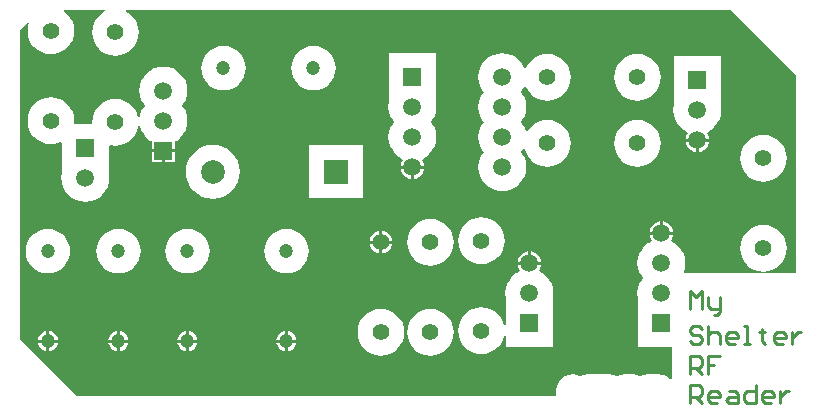
<source format=gtl>
G04 Layer_Physical_Order=1*
G04 Layer_Color=255*
%FSLAX25Y25*%
%MOIN*%
G70*
G01*
G75*
%ADD10C,0.01000*%
%ADD11R,0.05906X0.05906*%
%ADD12C,0.05906*%
%ADD13C,0.05512*%
%ADD14C,0.07874*%
%ADD15R,0.07874X0.07874*%
%ADD16C,0.04724*%
%ADD17R,0.05906X0.05906*%
%ADD18C,0.05906*%
G36*
X264453Y112702D02*
Y46590D01*
X227192D01*
X226928Y47090D01*
X227338Y48441D01*
X227491Y50000D01*
X227338Y51559D01*
X226883Y53058D01*
X226145Y54440D01*
X225151Y55651D01*
X223940Y56644D01*
X222945Y57176D01*
X222807Y57817D01*
X222953Y58007D01*
X223351Y58968D01*
X223421Y59500D01*
X219500D01*
X215579D01*
X215649Y58968D01*
X216047Y58007D01*
X216193Y57817D01*
X216055Y57176D01*
X215060Y56644D01*
X213849Y55651D01*
X212856Y54440D01*
X212117Y53058D01*
X211662Y51559D01*
X211509Y50000D01*
X211662Y48441D01*
X212117Y46942D01*
X212856Y45560D01*
X213315Y45000D01*
X212856Y44440D01*
X212117Y43058D01*
X211662Y41559D01*
X211509Y40000D01*
X211661Y38453D01*
X211674Y38124D01*
X211547Y37953D01*
X211547D01*
Y22047D01*
X223000D01*
Y11499D01*
X222538Y11307D01*
X222423Y11423D01*
X221274Y12304D01*
X219936Y12858D01*
X218500Y13047D01*
X215000D01*
X213564Y12858D01*
X212500Y12418D01*
X211436Y12858D01*
X210000Y13047D01*
X207500D01*
X206064Y12858D01*
X204750Y12314D01*
X203436Y12858D01*
X202000Y13047D01*
X197500D01*
X196250Y12883D01*
X195000Y13047D01*
X193564Y12858D01*
X192500Y12418D01*
X191436Y12858D01*
X190000Y13047D01*
X188564Y12858D01*
X187226Y12304D01*
X186077Y11423D01*
X185196Y10274D01*
X184642Y8936D01*
X184452Y7500D01*
Y5548D01*
X24798D01*
X5548Y24798D01*
Y127702D01*
X8255Y130410D01*
X8698Y130145D01*
X8356Y129020D01*
X8207Y127500D01*
X8356Y125980D01*
X8800Y124518D01*
X9520Y123170D01*
X10489Y121989D01*
X11670Y121020D01*
X13018Y120300D01*
X14480Y119856D01*
X16000Y119707D01*
X17520Y119856D01*
X18982Y120300D01*
X20330Y121020D01*
X21511Y121989D01*
X22480Y123170D01*
X23200Y124518D01*
X23644Y125980D01*
X23793Y127500D01*
X23644Y129020D01*
X23200Y130482D01*
X22480Y131830D01*
X21511Y133011D01*
X20363Y133952D01*
X20363Y134114D01*
X20448Y134452D01*
X33929D01*
X34054Y133952D01*
X33170Y133480D01*
X31989Y132511D01*
X31020Y131330D01*
X30300Y129982D01*
X29856Y128520D01*
X29707Y127000D01*
X29856Y125480D01*
X30300Y124018D01*
X31020Y122670D01*
X31989Y121489D01*
X33170Y120520D01*
X34518Y119800D01*
X35980Y119356D01*
X37500Y119207D01*
X39020Y119356D01*
X40482Y119800D01*
X41830Y120520D01*
X43011Y121489D01*
X43980Y122670D01*
X44700Y124018D01*
X45144Y125480D01*
X45293Y127000D01*
X45144Y128520D01*
X44700Y129982D01*
X43980Y131330D01*
X43011Y132511D01*
X41830Y133480D01*
X40946Y133952D01*
X41071Y134452D01*
X242702D01*
X264453Y112702D01*
D02*
G37*
%LPC*%
G36*
X62000Y27325D02*
Y24500D01*
X64825D01*
X64776Y24878D01*
X64437Y25696D01*
X63898Y26398D01*
X63196Y26937D01*
X62378Y27276D01*
X62000Y27325D01*
D02*
G37*
G36*
X95000D02*
Y24500D01*
X97825D01*
X97776Y24878D01*
X97437Y25696D01*
X96898Y26398D01*
X96196Y26937D01*
X95378Y27276D01*
X95000Y27325D01*
D02*
G37*
G36*
X179421Y49500D02*
X175500D01*
X171579D01*
X171649Y48968D01*
X172047Y48007D01*
X172193Y47817D01*
X172055Y47176D01*
X171060Y46644D01*
X169849Y45651D01*
X168856Y44440D01*
X168117Y43058D01*
X167662Y41559D01*
X167509Y40000D01*
X167661Y38453D01*
X167674Y38124D01*
X167547Y37953D01*
X167547D01*
Y29412D01*
X167047Y29338D01*
X166700Y30482D01*
X165980Y31830D01*
X165011Y33011D01*
X163830Y33980D01*
X162482Y34700D01*
X161020Y35144D01*
X159500Y35293D01*
X157980Y35144D01*
X156518Y34700D01*
X155170Y33980D01*
X153989Y33011D01*
X153020Y31830D01*
X152300Y30482D01*
X151856Y29020D01*
X151707Y27500D01*
X151856Y25980D01*
X152300Y24518D01*
X153020Y23170D01*
X153989Y21989D01*
X155170Y21020D01*
X156518Y20300D01*
X157980Y19856D01*
X159500Y19707D01*
X161020Y19856D01*
X162482Y20300D01*
X163830Y21020D01*
X165011Y21989D01*
X165980Y23170D01*
X166700Y24518D01*
X167047Y25662D01*
X167547Y25587D01*
Y22047D01*
X183453D01*
Y37953D01*
X183453D01*
X183326Y38124D01*
X183339Y38453D01*
X183491Y40000D01*
X183338Y41559D01*
X182883Y43058D01*
X182144Y44440D01*
X181151Y45651D01*
X179940Y46644D01*
X178946Y47176D01*
X178807Y47817D01*
X178953Y48007D01*
X179351Y48968D01*
X179421Y49500D01*
D02*
G37*
G36*
X94000Y27325D02*
X93622Y27276D01*
X92804Y26937D01*
X92102Y26398D01*
X91563Y25696D01*
X91224Y24878D01*
X91175Y24500D01*
X94000D01*
Y27325D01*
D02*
G37*
G36*
X15500D02*
Y24500D01*
X18325D01*
X18276Y24878D01*
X17937Y25696D01*
X17398Y26398D01*
X16696Y26937D01*
X15878Y27276D01*
X15500Y27325D01*
D02*
G37*
G36*
X39000D02*
Y24500D01*
X41825D01*
X41776Y24878D01*
X41437Y25696D01*
X40898Y26398D01*
X40196Y26937D01*
X39378Y27276D01*
X39000Y27325D01*
D02*
G37*
G36*
X94500Y61398D02*
X93057Y61256D01*
X91669Y60835D01*
X90390Y60151D01*
X89269Y59231D01*
X88349Y58110D01*
X87665Y56831D01*
X87244Y55443D01*
X87102Y54000D01*
X87244Y52557D01*
X87665Y51169D01*
X88349Y49890D01*
X89269Y48769D01*
X90390Y47849D01*
X91669Y47165D01*
X93057Y46744D01*
X94500Y46602D01*
X95943Y46744D01*
X97331Y47165D01*
X98610Y47849D01*
X99731Y48769D01*
X100651Y49890D01*
X101335Y51169D01*
X101756Y52557D01*
X101898Y54000D01*
X101756Y55443D01*
X101335Y56831D01*
X100651Y58110D01*
X99731Y59231D01*
X98610Y60151D01*
X97331Y60835D01*
X95943Y61256D01*
X94500Y61398D01*
D02*
G37*
G36*
X253500Y62793D02*
X251980Y62644D01*
X250518Y62200D01*
X249170Y61480D01*
X247989Y60511D01*
X247020Y59330D01*
X246300Y57982D01*
X245856Y56520D01*
X245707Y55000D01*
X245856Y53480D01*
X246300Y52018D01*
X247020Y50670D01*
X247989Y49489D01*
X249170Y48520D01*
X250518Y47800D01*
X251980Y47356D01*
X253500Y47207D01*
X255020Y47356D01*
X256482Y47800D01*
X257830Y48520D01*
X259011Y49489D01*
X259980Y50670D01*
X260700Y52018D01*
X261144Y53480D01*
X261293Y55000D01*
X261144Y56520D01*
X260700Y57982D01*
X259980Y59330D01*
X259011Y60511D01*
X257830Y61480D01*
X256482Y62200D01*
X255020Y62644D01*
X253500Y62793D01*
D02*
G37*
G36*
X142500Y64793D02*
X140980Y64644D01*
X139518Y64200D01*
X138170Y63480D01*
X136989Y62511D01*
X136020Y61330D01*
X135300Y59982D01*
X134856Y58520D01*
X134707Y57000D01*
X134856Y55480D01*
X135300Y54018D01*
X136020Y52670D01*
X136989Y51489D01*
X138170Y50520D01*
X139518Y49800D01*
X140980Y49356D01*
X142500Y49207D01*
X144020Y49356D01*
X145482Y49800D01*
X146830Y50520D01*
X148011Y51489D01*
X148980Y52670D01*
X149700Y54018D01*
X150144Y55480D01*
X150293Y57000D01*
X150144Y58520D01*
X149700Y59982D01*
X148980Y61330D01*
X148011Y62511D01*
X146830Y63480D01*
X145482Y64200D01*
X144020Y64644D01*
X142500Y64793D01*
D02*
G37*
G36*
X15000Y61398D02*
X13557Y61256D01*
X12169Y60835D01*
X10890Y60151D01*
X9769Y59231D01*
X8849Y58110D01*
X8165Y56831D01*
X7744Y55443D01*
X7602Y54000D01*
X7744Y52557D01*
X8165Y51169D01*
X8849Y49890D01*
X9769Y48769D01*
X10890Y47849D01*
X12169Y47165D01*
X13557Y46744D01*
X15000Y46602D01*
X16443Y46744D01*
X17831Y47165D01*
X19110Y47849D01*
X20231Y48769D01*
X21151Y49890D01*
X21835Y51169D01*
X22256Y52557D01*
X22398Y54000D01*
X22256Y55443D01*
X21835Y56831D01*
X21151Y58110D01*
X20231Y59231D01*
X19110Y60151D01*
X17831Y60835D01*
X16443Y61256D01*
X15000Y61398D01*
D02*
G37*
G36*
X38500D02*
X37057Y61256D01*
X35669Y60835D01*
X34390Y60151D01*
X33269Y59231D01*
X32349Y58110D01*
X31665Y56831D01*
X31244Y55443D01*
X31102Y54000D01*
X31244Y52557D01*
X31665Y51169D01*
X32349Y49890D01*
X33269Y48769D01*
X34390Y47849D01*
X35669Y47165D01*
X37057Y46744D01*
X38500Y46602D01*
X39943Y46744D01*
X41331Y47165D01*
X42610Y47849D01*
X43731Y48769D01*
X44651Y49890D01*
X45335Y51169D01*
X45756Y52557D01*
X45898Y54000D01*
X45756Y55443D01*
X45335Y56831D01*
X44651Y58110D01*
X43731Y59231D01*
X42610Y60151D01*
X41331Y60835D01*
X39943Y61256D01*
X38500Y61398D01*
D02*
G37*
G36*
X61500D02*
X60057Y61256D01*
X58669Y60835D01*
X57390Y60151D01*
X56269Y59231D01*
X55349Y58110D01*
X54665Y56831D01*
X54244Y55443D01*
X54102Y54000D01*
X54244Y52557D01*
X54665Y51169D01*
X55349Y49890D01*
X56269Y48769D01*
X57390Y47849D01*
X58669Y47165D01*
X60057Y46744D01*
X61500Y46602D01*
X62943Y46744D01*
X64331Y47165D01*
X65610Y47849D01*
X66731Y48769D01*
X67651Y49890D01*
X68335Y51169D01*
X68756Y52557D01*
X68898Y54000D01*
X68756Y55443D01*
X68335Y56831D01*
X67651Y58110D01*
X66731Y59231D01*
X65610Y60151D01*
X64331Y60835D01*
X62943Y61256D01*
X61500Y61398D01*
D02*
G37*
G36*
X61000Y27325D02*
X60622Y27276D01*
X59804Y26937D01*
X59102Y26398D01*
X58563Y25696D01*
X58224Y24878D01*
X58175Y24500D01*
X61000D01*
Y27325D01*
D02*
G37*
G36*
X38000Y23500D02*
X35175D01*
X35224Y23122D01*
X35563Y22304D01*
X36102Y21602D01*
X36804Y21063D01*
X37622Y20724D01*
X38000Y20675D01*
Y23500D01*
D02*
G37*
G36*
X61000D02*
X58175D01*
X58224Y23122D01*
X58563Y22304D01*
X59102Y21602D01*
X59804Y21063D01*
X60622Y20724D01*
X61000Y20675D01*
Y23500D01*
D02*
G37*
G36*
X94000D02*
X91175D01*
X91224Y23122D01*
X91563Y22304D01*
X92102Y21602D01*
X92804Y21063D01*
X93622Y20724D01*
X94000Y20675D01*
Y23500D01*
D02*
G37*
G36*
X126000Y34793D02*
X124480Y34644D01*
X123018Y34200D01*
X121670Y33480D01*
X120489Y32511D01*
X119520Y31330D01*
X118800Y29982D01*
X118356Y28520D01*
X118207Y27000D01*
X118356Y25480D01*
X118800Y24018D01*
X119520Y22670D01*
X120489Y21489D01*
X121670Y20520D01*
X123018Y19800D01*
X124480Y19356D01*
X126000Y19207D01*
X127520Y19356D01*
X128982Y19800D01*
X130330Y20520D01*
X131511Y21489D01*
X132480Y22670D01*
X133200Y24018D01*
X133644Y25480D01*
X133793Y27000D01*
X133644Y28520D01*
X133200Y29982D01*
X132480Y31330D01*
X131511Y32511D01*
X130330Y33480D01*
X128982Y34200D01*
X127520Y34644D01*
X126000Y34793D01*
D02*
G37*
G36*
X142500D02*
X140980Y34644D01*
X139518Y34200D01*
X138170Y33480D01*
X136989Y32511D01*
X136020Y31330D01*
X135300Y29982D01*
X134856Y28520D01*
X134707Y27000D01*
X134856Y25480D01*
X135300Y24018D01*
X136020Y22670D01*
X136989Y21489D01*
X138170Y20520D01*
X139518Y19800D01*
X140980Y19356D01*
X142500Y19207D01*
X144020Y19356D01*
X145482Y19800D01*
X146830Y20520D01*
X148011Y21489D01*
X148980Y22670D01*
X149700Y24018D01*
X150144Y25480D01*
X150293Y27000D01*
X150144Y28520D01*
X149700Y29982D01*
X148980Y31330D01*
X148011Y32511D01*
X146830Y33480D01*
X145482Y34200D01*
X144020Y34644D01*
X142500Y34793D01*
D02*
G37*
G36*
X14500Y23500D02*
X11675D01*
X11724Y23122D01*
X12063Y22304D01*
X12602Y21602D01*
X13304Y21063D01*
X14122Y20724D01*
X14500Y20675D01*
Y23500D01*
D02*
G37*
G36*
X97825D02*
X95000D01*
Y20675D01*
X95378Y20724D01*
X96196Y21063D01*
X96898Y21602D01*
X97437Y22304D01*
X97776Y23122D01*
X97825Y23500D01*
D02*
G37*
G36*
X14500Y27325D02*
X14122Y27276D01*
X13304Y26937D01*
X12602Y26398D01*
X12063Y25696D01*
X11724Y24878D01*
X11675Y24500D01*
X14500D01*
Y27325D01*
D02*
G37*
G36*
X38000D02*
X37622Y27276D01*
X36804Y26937D01*
X36102Y26398D01*
X35563Y25696D01*
X35224Y24878D01*
X35175Y24500D01*
X38000D01*
Y27325D01*
D02*
G37*
G36*
X18325Y23500D02*
X15500D01*
Y20675D01*
X15878Y20724D01*
X16696Y21063D01*
X17398Y21602D01*
X17937Y22304D01*
X18276Y23122D01*
X18325Y23500D01*
D02*
G37*
G36*
X41825D02*
X39000D01*
Y20675D01*
X39378Y20724D01*
X40196Y21063D01*
X40898Y21602D01*
X41437Y22304D01*
X41776Y23122D01*
X41825Y23500D01*
D02*
G37*
G36*
X64825D02*
X62000D01*
Y20675D01*
X62378Y20724D01*
X63196Y21063D01*
X63898Y21602D01*
X64437Y22304D01*
X64776Y23122D01*
X64825Y23500D01*
D02*
G37*
G36*
X159500Y65293D02*
X157980Y65144D01*
X156518Y64700D01*
X155170Y63980D01*
X153989Y63011D01*
X153020Y61830D01*
X152300Y60482D01*
X151856Y59020D01*
X151707Y57500D01*
X151856Y55980D01*
X152300Y54518D01*
X153020Y53170D01*
X153989Y51989D01*
X155170Y51020D01*
X156518Y50300D01*
X157980Y49856D01*
X159500Y49707D01*
X161020Y49856D01*
X162482Y50300D01*
X163830Y51020D01*
X165011Y51989D01*
X165980Y53170D01*
X166700Y54518D01*
X167144Y55980D01*
X167293Y57500D01*
X167144Y59020D01*
X166700Y60482D01*
X165980Y61830D01*
X165011Y63011D01*
X163830Y63980D01*
X162482Y64700D01*
X161020Y65144D01*
X159500Y65293D01*
D02*
G37*
G36*
X57453Y87000D02*
X54000D01*
Y83547D01*
X57453D01*
Y87000D01*
D02*
G37*
G36*
X231000Y90500D02*
X227579D01*
X227649Y89968D01*
X228047Y89007D01*
X228681Y88181D01*
X229507Y87547D01*
X230468Y87149D01*
X231000Y87079D01*
Y90500D01*
D02*
G37*
G36*
X235421D02*
X232000D01*
Y87079D01*
X232532Y87149D01*
X233493Y87547D01*
X234319Y88181D01*
X234953Y89007D01*
X235351Y89968D01*
X235421Y90500D01*
D02*
G37*
G36*
X211500Y97793D02*
X209980Y97644D01*
X208518Y97200D01*
X207170Y96480D01*
X205989Y95511D01*
X205020Y94330D01*
X204300Y92982D01*
X203856Y91520D01*
X203707Y90000D01*
X203856Y88480D01*
X204300Y87018D01*
X205020Y85670D01*
X205989Y84489D01*
X207170Y83520D01*
X208518Y82800D01*
X209980Y82356D01*
X211500Y82207D01*
X213020Y82356D01*
X214482Y82800D01*
X215830Y83520D01*
X217011Y84489D01*
X217980Y85670D01*
X218700Y87018D01*
X219144Y88480D01*
X219293Y90000D01*
X219144Y91520D01*
X218700Y92982D01*
X217980Y94330D01*
X217011Y95511D01*
X215830Y96480D01*
X214482Y97200D01*
X213020Y97644D01*
X211500Y97793D01*
D02*
G37*
G36*
X144453Y119953D02*
X128547D01*
Y104047D01*
X128547D01*
X128674Y103876D01*
X128661Y103547D01*
X128509Y102000D01*
X128662Y100441D01*
X129117Y98942D01*
X129856Y97560D01*
X130315Y97000D01*
X129856Y96440D01*
X129117Y95058D01*
X128662Y93559D01*
X128509Y92000D01*
X128662Y90441D01*
X129117Y88942D01*
X129856Y87560D01*
X130849Y86349D01*
X132060Y85356D01*
X133054Y84824D01*
X133193Y84183D01*
X133047Y83993D01*
X132649Y83032D01*
X132579Y82500D01*
X140421D01*
X140351Y83032D01*
X139953Y83993D01*
X139807Y84183D01*
X139945Y84824D01*
X140940Y85356D01*
X142151Y86349D01*
X143145Y87560D01*
X143883Y88942D01*
X144338Y90441D01*
X144491Y92000D01*
X144338Y93559D01*
X143883Y95058D01*
X143145Y96440D01*
X142685Y97000D01*
X143145Y97560D01*
X143883Y98942D01*
X144338Y100441D01*
X144491Y102000D01*
X144339Y103547D01*
X144326Y103876D01*
X144453Y104047D01*
X144453D01*
Y119953D01*
D02*
G37*
G36*
X53000Y87000D02*
X49547D01*
Y83547D01*
X53000D01*
Y87000D01*
D02*
G37*
G36*
X211500Y119793D02*
X209980Y119644D01*
X208518Y119200D01*
X207170Y118480D01*
X205989Y117511D01*
X205020Y116330D01*
X204300Y114982D01*
X203856Y113520D01*
X203707Y112000D01*
X203856Y110480D01*
X204300Y109018D01*
X205020Y107670D01*
X205989Y106489D01*
X207170Y105520D01*
X208518Y104800D01*
X209980Y104356D01*
X211500Y104207D01*
X213020Y104356D01*
X214482Y104800D01*
X215830Y105520D01*
X217011Y106489D01*
X217980Y107670D01*
X218700Y109018D01*
X219144Y110480D01*
X219293Y112000D01*
X219144Y113520D01*
X218700Y114982D01*
X217980Y116330D01*
X217011Y117511D01*
X215830Y118480D01*
X214482Y119200D01*
X213020Y119644D01*
X211500Y119793D01*
D02*
G37*
G36*
X73500Y122398D02*
X72057Y122256D01*
X70669Y121835D01*
X69390Y121151D01*
X68269Y120231D01*
X67349Y119110D01*
X66665Y117831D01*
X66244Y116443D01*
X66102Y115000D01*
X66244Y113557D01*
X66665Y112169D01*
X67349Y110890D01*
X68269Y109769D01*
X69390Y108849D01*
X70669Y108165D01*
X72057Y107744D01*
X73500Y107602D01*
X74943Y107744D01*
X76331Y108165D01*
X77610Y108849D01*
X78731Y109769D01*
X79651Y110890D01*
X80335Y112169D01*
X80756Y113557D01*
X80898Y115000D01*
X80756Y116443D01*
X80335Y117831D01*
X79651Y119110D01*
X78731Y120231D01*
X77610Y121151D01*
X76331Y121835D01*
X74943Y122256D01*
X73500Y122398D01*
D02*
G37*
G36*
X103500D02*
X102057Y122256D01*
X100669Y121835D01*
X99390Y121151D01*
X98269Y120231D01*
X97349Y119110D01*
X96665Y117831D01*
X96244Y116443D01*
X96102Y115000D01*
X96244Y113557D01*
X96665Y112169D01*
X97349Y110890D01*
X98269Y109769D01*
X99390Y108849D01*
X100669Y108165D01*
X102057Y107744D01*
X103500Y107602D01*
X104943Y107744D01*
X106331Y108165D01*
X107610Y108849D01*
X108731Y109769D01*
X109651Y110890D01*
X110335Y112169D01*
X110756Y113557D01*
X110898Y115000D01*
X110756Y116443D01*
X110335Y117831D01*
X109651Y119110D01*
X108731Y120231D01*
X107610Y121151D01*
X106331Y121835D01*
X104943Y122256D01*
X103500Y122398D01*
D02*
G37*
G36*
X239453Y118953D02*
X223547D01*
Y103047D01*
X223547D01*
X223674Y102876D01*
X223661Y102547D01*
X223509Y101000D01*
X223662Y99441D01*
X224117Y97942D01*
X224855Y96560D01*
X225849Y95349D01*
X227060Y94355D01*
X228054Y93824D01*
X228193Y93183D01*
X228047Y92993D01*
X227649Y92032D01*
X227579Y91500D01*
X231500D01*
X235421D01*
X235351Y92032D01*
X234953Y92993D01*
X234807Y93183D01*
X234946Y93824D01*
X235940Y94355D01*
X237151Y95349D01*
X238144Y96560D01*
X238883Y97942D01*
X239338Y99441D01*
X239491Y101000D01*
X239339Y102547D01*
X239326Y102876D01*
X239453Y103047D01*
X239453D01*
Y118953D01*
D02*
G37*
G36*
X53500Y115491D02*
X51941Y115338D01*
X50442Y114883D01*
X49060Y114145D01*
X47849Y113151D01*
X46856Y111940D01*
X46117Y110558D01*
X45662Y109059D01*
X45509Y107500D01*
X45662Y105941D01*
X46117Y104442D01*
X46856Y103060D01*
X47315Y102500D01*
X46856Y101940D01*
X46117Y100558D01*
X45662Y99059D01*
X45618Y98612D01*
X45144Y98520D01*
X44700Y99982D01*
X43980Y101330D01*
X43011Y102511D01*
X41830Y103480D01*
X40482Y104200D01*
X39020Y104644D01*
X37500Y104793D01*
X35980Y104644D01*
X34518Y104200D01*
X33170Y103480D01*
X31989Y102511D01*
X31020Y101330D01*
X30300Y99982D01*
X29856Y98520D01*
X29707Y97000D01*
X29724Y96823D01*
X29388Y96453D01*
X24063D01*
X23727Y96823D01*
X23793Y97500D01*
X23644Y99020D01*
X23200Y100482D01*
X22480Y101830D01*
X21511Y103011D01*
X20330Y103980D01*
X18982Y104700D01*
X17520Y105144D01*
X16000Y105293D01*
X14480Y105144D01*
X13018Y104700D01*
X11670Y103980D01*
X10489Y103011D01*
X9520Y101830D01*
X8800Y100482D01*
X8356Y99020D01*
X8207Y97500D01*
X8356Y95980D01*
X8800Y94518D01*
X9520Y93170D01*
X10489Y91989D01*
X11670Y91020D01*
X13018Y90300D01*
X14480Y89856D01*
X16000Y89707D01*
X17520Y89856D01*
X18982Y90300D01*
X19118Y90373D01*
X19547Y90115D01*
Y80547D01*
X19547D01*
X19674Y80376D01*
X19661Y80047D01*
X19509Y78500D01*
X19662Y76941D01*
X20117Y75442D01*
X20855Y74060D01*
X21849Y72849D01*
X23060Y71855D01*
X24442Y71117D01*
X25941Y70662D01*
X27500Y70509D01*
X29059Y70662D01*
X30558Y71117D01*
X31940Y71855D01*
X33151Y72849D01*
X34144Y74060D01*
X34883Y75442D01*
X35338Y76941D01*
X35491Y78500D01*
X35339Y80047D01*
X35326Y80376D01*
X35453Y80547D01*
X35453D01*
Y89096D01*
X35854Y89394D01*
X35980Y89356D01*
X37500Y89207D01*
X39020Y89356D01*
X40482Y89800D01*
X41830Y90520D01*
X43011Y91489D01*
X43980Y92670D01*
X44700Y94018D01*
X45144Y95480D01*
X45181Y95861D01*
X45662Y95941D01*
X46117Y94442D01*
X46856Y93060D01*
X47849Y91849D01*
X49060Y90855D01*
X49547Y90595D01*
Y88000D01*
X53500D01*
X57453D01*
Y90595D01*
X57940Y90855D01*
X59151Y91849D01*
X60145Y93060D01*
X60883Y94442D01*
X61338Y95941D01*
X61491Y97500D01*
X61338Y99059D01*
X60883Y100558D01*
X60145Y101940D01*
X59685Y102500D01*
X60145Y103060D01*
X60883Y104442D01*
X61338Y105941D01*
X61491Y107500D01*
X61338Y109059D01*
X60883Y110558D01*
X60145Y111940D01*
X59151Y113151D01*
X57940Y114145D01*
X56558Y114883D01*
X55059Y115338D01*
X53500Y115491D01*
D02*
G37*
G36*
X166500Y119991D02*
X164941Y119838D01*
X163442Y119383D01*
X162060Y118644D01*
X160849Y117651D01*
X159855Y116440D01*
X159117Y115058D01*
X158662Y113559D01*
X158509Y112000D01*
X158662Y110441D01*
X159117Y108942D01*
X159855Y107560D01*
X160315Y107000D01*
X159855Y106440D01*
X159117Y105058D01*
X158662Y103559D01*
X158509Y102000D01*
X158662Y100441D01*
X159117Y98942D01*
X159855Y97560D01*
X160315Y97000D01*
X159855Y96440D01*
X159117Y95058D01*
X158662Y93559D01*
X158509Y92000D01*
X158662Y90441D01*
X159117Y88942D01*
X159855Y87560D01*
X160315Y87000D01*
X159855Y86440D01*
X159117Y85058D01*
X158662Y83559D01*
X158509Y82000D01*
X158662Y80441D01*
X159117Y78942D01*
X159855Y77560D01*
X160849Y76349D01*
X162060Y75355D01*
X163442Y74617D01*
X164941Y74162D01*
X166500Y74009D01*
X168059Y74162D01*
X169558Y74617D01*
X170940Y75355D01*
X172151Y76349D01*
X173144Y77560D01*
X173883Y78942D01*
X174338Y80441D01*
X174491Y82000D01*
X174338Y83559D01*
X173883Y85058D01*
X173144Y86440D01*
X172685Y87000D01*
X173144Y87560D01*
X173443Y88119D01*
X173982Y88066D01*
X174300Y87018D01*
X175020Y85670D01*
X175989Y84489D01*
X177170Y83520D01*
X178518Y82800D01*
X179980Y82356D01*
X181500Y82207D01*
X183020Y82356D01*
X184482Y82800D01*
X185830Y83520D01*
X187011Y84489D01*
X187980Y85670D01*
X188700Y87018D01*
X189144Y88480D01*
X189293Y90000D01*
X189144Y91520D01*
X188700Y92982D01*
X187980Y94330D01*
X187011Y95511D01*
X185830Y96480D01*
X184482Y97200D01*
X183020Y97644D01*
X181500Y97793D01*
X179980Y97644D01*
X178518Y97200D01*
X177170Y96480D01*
X175989Y95511D01*
X175020Y94330D01*
X174769Y93860D01*
X174230Y93913D01*
X173883Y95058D01*
X173144Y96440D01*
X172685Y97000D01*
X173144Y97560D01*
X173883Y98942D01*
X174338Y100441D01*
X174491Y102000D01*
X174338Y103559D01*
X173883Y105058D01*
X173144Y106440D01*
X172685Y107000D01*
X173144Y107560D01*
X173836Y108854D01*
X173930Y108887D01*
X174111Y108906D01*
X174382Y108864D01*
X175020Y107670D01*
X175989Y106489D01*
X177170Y105520D01*
X178518Y104800D01*
X179980Y104356D01*
X181500Y104207D01*
X183020Y104356D01*
X184482Y104800D01*
X185830Y105520D01*
X187011Y106489D01*
X187980Y107670D01*
X188700Y109018D01*
X189144Y110480D01*
X189293Y112000D01*
X189144Y113520D01*
X188700Y114982D01*
X187980Y116330D01*
X187011Y117511D01*
X185830Y118480D01*
X184482Y119200D01*
X183020Y119644D01*
X181500Y119793D01*
X179980Y119644D01*
X178518Y119200D01*
X177170Y118480D01*
X175989Y117511D01*
X175020Y116330D01*
X174382Y115136D01*
X174111Y115094D01*
X173930Y115113D01*
X173836Y115146D01*
X173144Y116440D01*
X172151Y117651D01*
X170940Y118644D01*
X169558Y119383D01*
X168059Y119838D01*
X166500Y119991D01*
D02*
G37*
G36*
X140421Y81500D02*
X137000D01*
Y78079D01*
X137532Y78149D01*
X138493Y78547D01*
X139319Y79181D01*
X139953Y80007D01*
X140351Y80968D01*
X140421Y81500D01*
D02*
G37*
G36*
X129722Y56500D02*
X126500D01*
Y53277D01*
X126980Y53341D01*
X127894Y53719D01*
X128679Y54321D01*
X129281Y55106D01*
X129659Y56020D01*
X129722Y56500D01*
D02*
G37*
G36*
X125500Y60723D02*
X125020Y60659D01*
X124106Y60281D01*
X123321Y59679D01*
X122719Y58894D01*
X122341Y57981D01*
X122277Y57500D01*
X125500D01*
Y60723D01*
D02*
G37*
G36*
X126500D02*
Y57500D01*
X129722D01*
X129659Y57981D01*
X129281Y58894D01*
X128679Y59679D01*
X127894Y60281D01*
X126980Y60659D01*
X126500Y60723D01*
D02*
G37*
G36*
X175000Y53921D02*
X174468Y53851D01*
X173507Y53453D01*
X172681Y52819D01*
X172047Y51993D01*
X171649Y51032D01*
X171579Y50500D01*
X175000D01*
Y53921D01*
D02*
G37*
G36*
X176000D02*
Y50500D01*
X179421D01*
X179351Y51032D01*
X178953Y51993D01*
X178319Y52819D01*
X177493Y53453D01*
X176532Y53851D01*
X176000Y53921D01*
D02*
G37*
G36*
X125500Y56500D02*
X122277D01*
X122341Y56020D01*
X122719Y55106D01*
X123321Y54321D01*
X124106Y53719D01*
X125020Y53341D01*
X125500Y53277D01*
Y56500D01*
D02*
G37*
G36*
X120028Y89437D02*
X102154D01*
Y71563D01*
X120028D01*
Y89437D01*
D02*
G37*
G36*
X253500Y92793D02*
X251980Y92644D01*
X250518Y92200D01*
X249170Y91480D01*
X247989Y90511D01*
X247020Y89330D01*
X246300Y87982D01*
X245856Y86520D01*
X245707Y85000D01*
X245856Y83480D01*
X246300Y82018D01*
X247020Y80670D01*
X247989Y79489D01*
X249170Y78520D01*
X250518Y77800D01*
X251980Y77356D01*
X253500Y77207D01*
X255020Y77356D01*
X256482Y77800D01*
X257830Y78520D01*
X259011Y79489D01*
X259980Y80670D01*
X260700Y82018D01*
X261144Y83480D01*
X261293Y85000D01*
X261144Y86520D01*
X260700Y87982D01*
X259980Y89330D01*
X259011Y90511D01*
X257830Y91480D01*
X256482Y92200D01*
X255020Y92644D01*
X253500Y92793D01*
D02*
G37*
G36*
X136000Y81500D02*
X132579D01*
X132649Y80968D01*
X133047Y80007D01*
X133681Y79181D01*
X134507Y78547D01*
X135468Y78149D01*
X136000Y78079D01*
Y81500D01*
D02*
G37*
G36*
X219000Y63921D02*
X218468Y63851D01*
X217507Y63453D01*
X216681Y62819D01*
X216047Y61993D01*
X215649Y61032D01*
X215579Y60500D01*
X219000D01*
Y63921D01*
D02*
G37*
G36*
X220000D02*
Y60500D01*
X223421D01*
X223351Y61032D01*
X222953Y61993D01*
X222319Y62819D01*
X221493Y63453D01*
X220532Y63851D01*
X220000Y63921D01*
D02*
G37*
G36*
X69909Y89480D02*
X68157Y89308D01*
X66473Y88797D01*
X64920Y87967D01*
X63559Y86850D01*
X62443Y85489D01*
X61613Y83937D01*
X61102Y82252D01*
X60929Y80500D01*
X61102Y78748D01*
X61613Y77063D01*
X62443Y75511D01*
X63559Y74150D01*
X64920Y73033D01*
X66473Y72203D01*
X68157Y71692D01*
X69909Y71520D01*
X71661Y71692D01*
X73346Y72203D01*
X74899Y73033D01*
X76259Y74150D01*
X77376Y75511D01*
X78206Y77063D01*
X78717Y78748D01*
X78890Y80500D01*
X78717Y82252D01*
X78206Y83937D01*
X77376Y85489D01*
X76259Y86850D01*
X74899Y87967D01*
X73346Y88797D01*
X71661Y89308D01*
X69909Y89480D01*
D02*
G37*
%LPD*%
D10*
X229000Y34592D02*
Y40590D01*
X230999Y38591D01*
X232999Y40590D01*
Y34592D01*
X234998Y38591D02*
Y35592D01*
X235998Y34592D01*
X238997D01*
Y33593D01*
X237997Y32593D01*
X236997D01*
X238997Y34592D02*
Y38591D01*
X232999Y27894D02*
X231999Y28893D01*
X230000D01*
X229000Y27894D01*
Y26894D01*
X230000Y25894D01*
X231999D01*
X232999Y24895D01*
Y23895D01*
X231999Y22895D01*
X230000D01*
X229000Y23895D01*
X234998Y28893D02*
Y22895D01*
Y25894D01*
X235998Y26894D01*
X237997D01*
X238997Y25894D01*
Y22895D01*
X243995D02*
X241996D01*
X240996Y23895D01*
Y25894D01*
X241996Y26894D01*
X243995D01*
X244995Y25894D01*
Y24895D01*
X240996D01*
X246994Y22895D02*
X248993D01*
X247994D01*
Y28893D01*
X246994D01*
X252992Y27894D02*
Y26894D01*
X251993D01*
X253992D01*
X252992D01*
Y23895D01*
X253992Y22895D01*
X259990D02*
X257991D01*
X256991Y23895D01*
Y25894D01*
X257991Y26894D01*
X259990D01*
X260990Y25894D01*
Y24895D01*
X256991D01*
X262989Y26894D02*
Y22895D01*
Y24895D01*
X263989Y25894D01*
X264988Y26894D01*
X265988D01*
X229000Y13198D02*
Y19196D01*
X231999D01*
X232999Y18196D01*
Y16197D01*
X231999Y15197D01*
X229000D01*
X230999D02*
X232999Y13198D01*
X238997Y19196D02*
X234998D01*
Y16197D01*
X236997D01*
X234998D01*
Y13198D01*
X229000Y3500D02*
Y9498D01*
X231999D01*
X232999Y8498D01*
Y6499D01*
X231999Y5499D01*
X229000D01*
X230999D02*
X232999Y3500D01*
X237997D02*
X235998D01*
X234998Y4500D01*
Y6499D01*
X235998Y7499D01*
X237997D01*
X238997Y6499D01*
Y5499D01*
X234998D01*
X241996Y7499D02*
X243995D01*
X244995Y6499D01*
Y3500D01*
X241996D01*
X240996Y4500D01*
X241996Y5499D01*
X244995D01*
X250993Y9498D02*
Y3500D01*
X247994D01*
X246994Y4500D01*
Y6499D01*
X247994Y7499D01*
X250993D01*
X255991Y3500D02*
X253992D01*
X252992Y4500D01*
Y6499D01*
X253992Y7499D01*
X255991D01*
X256991Y6499D01*
Y5499D01*
X252992D01*
X258990Y7499D02*
Y3500D01*
Y5499D01*
X259990Y6499D01*
X260990Y7499D01*
X261989D01*
D11*
X53500Y87500D02*
D03*
X231500Y111000D02*
D03*
X175500Y30000D02*
D03*
X27500Y88500D02*
D03*
X219500Y30000D02*
D03*
D12*
X53500Y97500D02*
D03*
Y107500D02*
D03*
X231500Y101000D02*
D03*
Y91000D02*
D03*
X175500Y40000D02*
D03*
Y50000D02*
D03*
X27500Y78500D02*
D03*
X219500Y60000D02*
D03*
Y50000D02*
D03*
Y40000D02*
D03*
D13*
X37500Y127000D02*
D03*
Y97000D02*
D03*
X16000Y127500D02*
D03*
Y97500D02*
D03*
X253500Y85000D02*
D03*
Y55000D02*
D03*
X159500Y57500D02*
D03*
Y27500D02*
D03*
X181500Y112000D02*
D03*
X211500D02*
D03*
X142500Y27000D02*
D03*
Y57000D02*
D03*
X211500Y90000D02*
D03*
X181500D02*
D03*
X126000Y57000D02*
D03*
Y27000D02*
D03*
D14*
X69909Y80500D02*
D03*
D15*
X111091D02*
D03*
D16*
X73500Y115000D02*
D03*
X103500D02*
D03*
X94500Y54000D02*
D03*
Y24000D02*
D03*
X61500Y54000D02*
D03*
Y24000D02*
D03*
X38500Y54000D02*
D03*
Y24000D02*
D03*
X15000Y54000D02*
D03*
Y24000D02*
D03*
D17*
X136500Y112000D02*
D03*
D18*
Y102000D02*
D03*
Y92000D02*
D03*
Y82000D02*
D03*
X166500Y112000D02*
D03*
Y102000D02*
D03*
Y92000D02*
D03*
Y82000D02*
D03*
M02*

</source>
